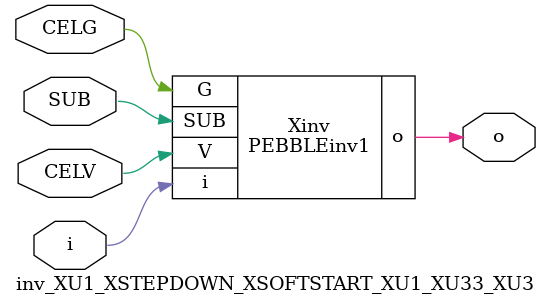
<source format=v>



module PEBBLEinv1 ( o, G, SUB, V, i );

  input V;
  input i;
  input G;
  output o;
  input SUB;
endmodule

//Celera Confidential Do Not Copy inv_XU1_XSTEPDOWN_XSOFTSTART_XU1_XU33_XU3
//Celera Confidential Symbol Generator
//5V Inverter
module inv_XU1_XSTEPDOWN_XSOFTSTART_XU1_XU33_XU3 (CELV,CELG,i,o,SUB);
input CELV;
input CELG;
input i;
input SUB;
output o;

//Celera Confidential Do Not Copy inv
PEBBLEinv1 Xinv(
.V (CELV),
.i (i),
.o (o),
.SUB (SUB),
.G (CELG)
);
//,diesize,PEBBLEinv1

//Celera Confidential Do Not Copy Module End
//Celera Schematic Generator
endmodule

</source>
